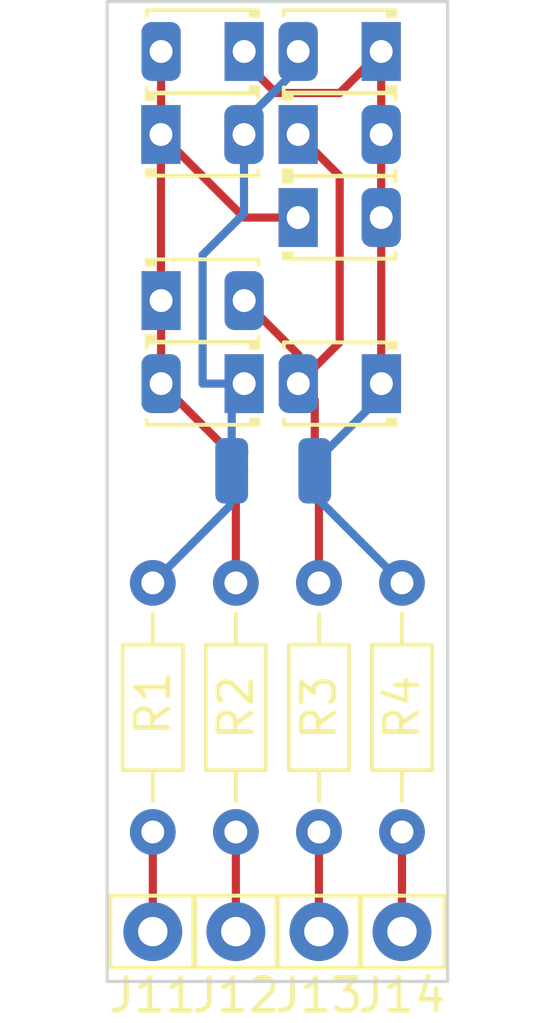
<source format=kicad_pcb>
(kicad_pcb (version 20221018) (generator pcbnew)
  (layers (0 "F.Cu" signal) (31 "B.Cu" signal) (34 "B.Paste" user) (35 "F.Paste" user) (36 "B.SilkS" user "B.Silkscreen") (37 "F.SilkS" user "F.Silkscreen") (38 "B.Mask" user) (39 "F.Mask" user) (44 "Edge.Cuts" user))
  (net 0 "")
  (net 1 "Net-(D1G1-K)")
  (net 2 "Net-(D1G1-A)")
  (net 3 "Net-(DO/V1-A)")
  (net 4 "Net-(D1G2-A)")
  (net 5 "Net-(J11-Pin_1)")
  (net 6 "Net-(J12-Pin_1)")
  (net 7 "Net-(J13-Pin_1)")
  (net 8 "Net-(J14-Pin_1)")
  (footprint "Resistor_THT:R_Axial_DIN0204_L3.6mm_D1.6mm_P7.62mm_Horizontal" (layer "F.Cu") (at 108.458 81.661 -90)
    (fp_text reference "R3" (at 3.81 0 90) (layer "F.SilkS"))
    (fp_text value "220")
    (fp_line (start 0.94 0) (end 1.89 0) (stroke (width 0.12)) (layer "F.SilkS"))
    (fp_line (start 1.89 -0.92) (end 1.89 0.92) (stroke (width 0.12)) (layer "F.SilkS"))
    (fp_line (start 1.89 0.92) (end 5.73 0.92) (stroke (width 0.12)) (layer "F.SilkS"))
    (fp_line (start 5.73 -0.92) (end 1.89 -0.92) (stroke (width 0.12)) (layer "F.SilkS"))
    (fp_line (start 5.73 0.92) (end 5.73 -0.92) (stroke (width 0.12)) (layer "F.SilkS"))
    (fp_line (start 6.68 0) (end 5.73 0) (stroke (width 0.12)) (layer "F.SilkS"))
    (pad "1" thru_hole circle (at 0 0 270) (size 1.4 1.4) (drill 0.7) (layers "*.Cu" "*.Mask") (net 3 "Net-(DO/V1-A)"))
    (pad "2" thru_hole oval (at 7.62 0 270) (size 1.4 1.4) (drill 0.7) (layers "*.Cu" "*.Mask") (net 7 "Net-(J13-Pin_1)"))
  )
  (footprint "Resistor_THT:R_Axial_DIN0204_L3.6mm_D1.6mm_P7.62mm_Horizontal" (layer "F.Cu") (at 105.918 81.661 -90)
    (fp_text reference "R2" (at 3.81 0 90) (layer "F.SilkS"))
    (fp_text value "220")
    (fp_line (start 0.94 0) (end 1.89 0) (stroke (width 0.12)) (layer "F.SilkS"))
    (fp_line (start 1.89 -0.92) (end 1.89 0.92) (stroke (width 0.12)) (layer "F.SilkS"))
    (fp_line (start 1.89 0.92) (end 5.73 0.92) (stroke (width 0.12)) (layer "F.SilkS"))
    (fp_line (start 5.73 -0.92) (end 1.89 -0.92) (stroke (width 0.12)) (layer "F.SilkS"))
    (fp_line (start 5.73 0.92) (end 5.73 -0.92) (stroke (width 0.12)) (layer "F.SilkS"))
    (fp_line (start 6.68 0) (end 5.73 0) (stroke (width 0.12)) (layer "F.SilkS"))
    (pad "1" thru_hole circle (at 0 0 270) (size 1.4 1.4) (drill 0.7) (layers "*.Cu" "*.Mask") (net 2 "Net-(D1G1-A)"))
    (pad "2" thru_hole oval (at 7.62 0 270) (size 1.4 1.4) (drill 0.7) (layers "*.Cu" "*.Mask") (net 6 "Net-(J12-Pin_1)"))
  )
  (footprint "LED_THT:LED_D1.8mm_W3.3mm_H2.4mm_mine" (layer "F.Cu") (at 110.368 75.565 180)
    (fp_text reference "DO/V1" hide)
    (fp_text value "LED" hide)
    (fp_line (start -0.44 -1.26) (end -0.44 -1.08) (stroke (width 0.12)) (layer "F.SilkS"))
    (fp_line (start -0.44 -1.26) (end 2.98 -1.26) (stroke (width 0.12)) (layer "F.SilkS"))
    (fp_line (start -0.44 1.08) (end -0.44 1.26) (stroke (width 0.12)) (layer "F.SilkS"))
    (fp_line (start -0.44 1.26) (end 2.98 1.26) (stroke (width 0.12)) (layer "F.SilkS"))
    (fp_line (start -0.32 -1.26) (end -0.32 -1.08) (stroke (width 0.12)) (layer "F.SilkS"))
    (fp_line (start -0.32 1.08) (end -0.32 1.26) (stroke (width 0.12)) (layer "F.SilkS"))
    (fp_line (start -0.2 -1.26) (end -0.2 -1.08) (stroke (width 0.12)) (layer "F.SilkS"))
    (fp_line (start -0.2 1.08) (end -0.2 1.26) (stroke (width 0.12)) (layer "F.SilkS"))
    (fp_line (start 2.98 -1.26) (end 2.98 -1.095) (stroke (width 0.12)) (layer "F.SilkS"))
    (fp_line (start 2.98 1.095) (end 2.98 1.26) (stroke (width 0.12)) (layer "F.SilkS"))
    (pad "1" thru_hole rect (at 0 0 180) (size 1.2 1.8) (drill 0.7) (layers "*.Cu" "*.Mask") (net 1 "Net-(D1G1-K)"))
    (pad "2" thru_hole roundrect (at 2.54 0 180) (size 1.2 1.8) (drill 0.7) (layers "*.Cu" "*.Mask") (net 3 "Net-(DO/V1-A)"))
  )
  (footprint "Connector_Wire:SolderWirePad_1x01_SMD_1x2mm" (layer "F.Cu") (at 108.331 78.232)
    (fp_text reference "J3")
    (fp_text value "Conn_01x01")
    (pad "1" smd roundrect (at 0 0) (size 1 2) (layers "F.Cu" "F.Paste" "F.Mask") (net 3 "Net-(DO/V1-A)"))
  )
  (footprint "Connector_Pin:Pin_D0.9mm_L10.0mm_W2.4mm_FlatFork" (layer "F.Cu") (at 105.918 92.329)
    (fp_text reference "J12" (at 0 1.95) (layer "F.SilkS"))
    (fp_text value "Conn_01x01")
    (fp_line (start -1.3 -1.1) (end -1.3 0.6) (stroke (width 0.12)) (layer "F.SilkS"))
    (fp_line (start -1.3 0.6) (end -1.3 1.1) (stroke (width 0.12)) (layer "F.SilkS"))
    (fp_line (start -1.3 1.1) (end 1.3 1.1) (stroke (width 0.12)) (layer "F.SilkS"))
    (fp_line (start 1.3 -1.1) (end -1.3 -1.1) (stroke (width 0.12)) (layer "F.SilkS"))
    (fp_line (start 1.3 1.1) (end 1.3 -1.1) (stroke (width 0.12)) (layer "F.SilkS"))
    (pad "1" thru_hole circle (at 0 0) (size 1.8 1.8) (drill 0.9) (layers "*.Cu" "*.Mask") (net 6 "Net-(J12-Pin_1)"))
  )
  (footprint "LED_THT:LED_D1.8mm_W3.3mm_H2.4mm_mine" (layer "F.Cu") (at 107.823 67.945)
    (fp_text reference "DR2" hide)
    (fp_text value "LED" hide)
    (fp_line (start -0.44 -1.26) (end -0.44 -1.08) (stroke (width 0.12)) (layer "F.SilkS"))
    (fp_line (start -0.44 -1.26) (end 2.98 -1.26) (stroke (width 0.12)) (layer "F.SilkS"))
    (fp_line (start -0.44 1.08) (end -0.44 1.26) (stroke (width 0.12)) (layer "F.SilkS"))
    (fp_line (start -0.44 1.26) (end 2.98 1.26) (stroke (width 0.12)) (layer "F.SilkS"))
    (fp_line (start -0.32 -1.26) (end -0.32 -1.08) (stroke (width 0.12)) (layer "F.SilkS"))
    (fp_line (start -0.32 1.08) (end -0.32 1.26) (stroke (width 0.12)) (layer "F.SilkS"))
    (fp_line (start -0.2 -1.26) (end -0.2 -1.08) (stroke (width 0.12)) (layer "F.SilkS"))
    (fp_line (start -0.2 1.08) (end -0.2 1.26) (stroke (width 0.12)) (layer "F.SilkS"))
    (fp_line (start 2.98 -1.26) (end 2.98 -1.095) (stroke (width 0.12)) (layer "F.SilkS"))
    (fp_line (start 2.98 1.095) (end 2.98 1.26) (stroke (width 0.12)) (layer "F.SilkS"))
    (pad "1" thru_hole rect (at 0 0) (size 1.2 1.8) (drill 0.7) (layers "*.Cu" "*.Mask") (net 3 "Net-(DO/V1-A)"))
    (pad "2" thru_hole roundrect (at 2.54 0) (size 1.2 1.8) (drill 0.7) (layers "*.Cu" "*.Mask") (net 1 "Net-(D1G1-K)"))
  )
  (footprint "Connector_Pin:Pin_D0.9mm_L10.0mm_W2.4mm_FlatFork" (layer "F.Cu") (at 108.458 92.329)
    (fp_text reference "J13" (at 0 1.95) (layer "F.SilkS"))
    (fp_text value "Conn_01x01")
    (fp_line (start -1.3 -1.1) (end -1.3 0.6) (stroke (width 0.12)) (layer "F.SilkS"))
    (fp_line (start -1.3 0.6) (end -1.3 1.1) (stroke (width 0.12)) (layer "F.SilkS"))
    (fp_line (start -1.3 1.1) (end 1.3 1.1) (stroke (width 0.12)) (layer "F.SilkS"))
    (fp_line (start 1.3 -1.1) (end -1.3 -1.1) (stroke (width 0.12)) (layer "F.SilkS"))
    (fp_line (start 1.3 1.1) (end 1.3 -1.1) (stroke (width 0.12)) (layer "F.SilkS"))
    (pad "1" thru_hole circle (at 0 0) (size 1.8 1.8) (drill 0.9) (layers "*.Cu" "*.Mask") (net 7 "Net-(J13-Pin_1)"))
  )
  (footprint "LED_THT:LED_D1.8mm_W3.3mm_H2.4mm_mine" (layer "F.Cu") (at 106.172 65.405 180)
    (fp_text reference "D1G1" hide)
    (fp_text value "LED" hide)
    (fp_line (start -0.44 -1.26) (end -0.44 -1.08) (stroke (width 0.12)) (layer "F.SilkS"))
    (fp_line (start -0.44 -1.26) (end 2.98 -1.26) (stroke (width 0.12)) (layer "F.SilkS"))
    (fp_line (start -0.44 1.08) (end -0.44 1.26) (stroke (width 0.12)) (layer "F.SilkS"))
    (fp_line (start -0.44 1.26) (end 2.98 1.26) (stroke (width 0.12)) (layer "F.SilkS"))
    (fp_line (start -0.32 -1.26) (end -0.32 -1.08) (stroke (width 0.12)) (layer "F.SilkS"))
    (fp_line (start -0.32 1.08) (end -0.32 1.26) (stroke (width 0.12)) (layer "F.SilkS"))
    (fp_line (start -0.2 -1.26) (end -0.2 -1.08) (stroke (width 0.12)) (layer "F.SilkS"))
    (fp_line (start -0.2 1.08) (end -0.2 1.26) (stroke (width 0.12)) (layer "F.SilkS"))
    (fp_line (start 2.98 -1.26) (end 2.98 -1.095) (stroke (width 0.12)) (layer "F.SilkS"))
    (fp_line (start 2.98 1.095) (end 2.98 1.26) (stroke (width 0.12)) (layer "F.SilkS"))
    (pad "1" thru_hole rect (at 0 0 180) (size 1.2 1.8) (drill 0.7) (layers "*.Cu" "*.Mask") (net 1 "Net-(D1G1-K)"))
    (pad "2" thru_hole roundrect (at 2.54 0 180) (size 1.2 1.8) (drill 0.7) (layers "*.Cu" "*.Mask") (net 2 "Net-(D1G1-A)"))
  )
  (footprint "LED_THT:LED_D1.8mm_W3.3mm_H2.4mm_mine" (layer "F.Cu") (at 103.627 67.945)
    (fp_text reference "DR1" hide)
    (fp_text value "LED" hide)
    (fp_line (start -0.44 -1.26) (end -0.44 -1.08) (stroke (width 0.12)) (layer "F.SilkS"))
    (fp_line (start -0.44 -1.26) (end 2.98 -1.26) (stroke (width 0.12)) (layer "F.SilkS"))
    (fp_line (start -0.44 1.08) (end -0.44 1.26) (stroke (width 0.12)) (layer "F.SilkS"))
    (fp_line (start -0.44 1.26) (end 2.98 1.26) (stroke (width 0.12)) (layer "F.SilkS"))
    (fp_line (start -0.32 -1.26) (end -0.32 -1.08) (stroke (width 0.12)) (layer "F.SilkS"))
    (fp_line (start -0.32 1.08) (end -0.32 1.26) (stroke (width 0.12)) (layer "F.SilkS"))
    (fp_line (start -0.2 -1.26) (end -0.2 -1.08) (stroke (width 0.12)) (layer "F.SilkS"))
    (fp_line (start -0.2 1.08) (end -0.2 1.26) (stroke (width 0.12)) (layer "F.SilkS"))
    (fp_line (start 2.98 -1.26) (end 2.98 -1.095) (stroke (width 0.12)) (layer "F.SilkS"))
    (fp_line (start 2.98 1.095) (end 2.98 1.26) (stroke (width 0.12)) (layer "F.SilkS"))
    (pad "1" thru_hole rect (at 0 0) (size 1.2 1.8) (drill 0.7) (layers "*.Cu" "*.Mask") (net 2 "Net-(D1G1-A)"))
    (pad "2" thru_hole roundrect (at 2.54 0) (size 1.2 1.8) (drill 0.7) (layers "*.Cu" "*.Mask") (net 4 "Net-(D1G2-A)"))
  )
  (footprint "Connector_Pin:Pin_D0.9mm_L10.0mm_W2.4mm_FlatFork" (layer "F.Cu") (at 110.998 92.329)
    (fp_text reference "J14" (at 0 1.95) (layer "F.SilkS"))
    (fp_text value "Conn_01x01")
    (fp_line (start -1.3 -1.1) (end -1.3 0.6) (stroke (width 0.12)) (layer "F.SilkS"))
    (fp_line (start -1.3 0.6) (end -1.3 1.1) (stroke (width 0.12)) (layer "F.SilkS"))
    (fp_line (start -1.3 1.1) (end 1.3 1.1) (stroke (width 0.12)) (layer "F.SilkS"))
    (fp_line (start 1.3 -1.1) (end -1.3 -1.1) (stroke (width 0.12)) (layer "F.SilkS"))
    (fp_line (start 1.3 1.1) (end 1.3 -1.1) (stroke (width 0.12)) (layer "F.SilkS"))
    (pad "1" thru_hole circle (at 0 0) (size 1.8 1.8) (drill 0.9) (layers "*.Cu" "*.Mask") (net 8 "Net-(J14-Pin_1)"))
  )
  (footprint "LED_THT:LED_D1.8mm_W3.3mm_H2.4mm_mine" (layer "F.Cu") (at 106.172 75.565 180)
    (fp_text reference "DO/R1" hide)
    (fp_text value "LED" hide)
    (fp_line (start -0.44 -1.26) (end -0.44 -1.08) (stroke (width 0.12)) (layer "F.SilkS"))
    (fp_line (start -0.44 -1.26) (end 2.98 -1.26) (stroke (width 0.12)) (layer "F.SilkS"))
    (fp_line (start -0.44 1.08) (end -0.44 1.26) (stroke (width 0.12)) (layer "F.SilkS"))
    (fp_line (start -0.44 1.26) (end 2.98 1.26) (stroke (width 0.12)) (layer "F.SilkS"))
    (fp_line (start -0.32 -1.26) (end -0.32 -1.08) (stroke (width 0.12)) (layer "F.SilkS"))
    (fp_line (start -0.32 1.08) (end -0.32 1.26) (stroke (width 0.12)) (layer "F.SilkS"))
    (fp_line (start -0.2 -1.26) (end -0.2 -1.08) (stroke (width 0.12)) (layer "F.SilkS"))
    (fp_line (start -0.2 1.08) (end -0.2 1.26) (stroke (width 0.12)) (layer "F.SilkS"))
    (fp_line (start 2.98 -1.26) (end 2.98 -1.095) (stroke (width 0.12)) (layer "F.SilkS"))
    (fp_line (start 2.98 1.095) (end 2.98 1.26) (stroke (width 0.12)) (layer "F.SilkS"))
    (pad "1" thru_hole rect (at 0 0 180) (size 1.2 1.8) (drill 0.7) (layers "*.Cu" "*.Mask") (net 4 "Net-(D1G2-A)"))
    (pad "2" thru_hole roundrect (at 2.54 0 180) (size 1.2 1.8) (drill 0.7) (layers "*.Cu" "*.Mask") (net 2 "Net-(D1G1-A)"))
  )
  (footprint "Resistor_THT:R_Axial_DIN0204_L3.6mm_D1.6mm_P7.62mm_Horizontal" (layer "F.Cu") (at 103.378 81.661 -90)
    (fp_text reference "R1" (at 3.683 0 90) (layer "F.SilkS"))
    (fp_text value "220")
    (fp_line (start 0.94 0) (end 1.89 0) (stroke (width 0.12)) (layer "F.SilkS"))
    (fp_line (start 1.89 -0.92) (end 1.89 0.92) (stroke (width 0.12)) (layer "F.SilkS"))
    (fp_line (start 1.89 0.92) (end 5.73 0.92) (stroke (width 0.12)) (layer "F.SilkS"))
    (fp_line (start 5.73 -0.92) (end 1.89 -0.92) (stroke (width 0.12)) (layer "F.SilkS"))
    (fp_line (start 5.73 0.92) (end 5.73 -0.92) (stroke (width 0.12)) (layer "F.SilkS"))
    (fp_line (start 6.68 0) (end 5.73 0) (stroke (width 0.12)) (layer "F.SilkS"))
    (pad "1" thru_hole circle (at 0 0 270) (size 1.4 1.4) (drill 0.7) (layers "*.Cu" "*.Mask") (net 4 "Net-(D1G2-A)"))
    (pad "2" thru_hole oval (at 7.62 0 270) (size 1.4 1.4) (drill 0.7) (layers "*.Cu" "*.Mask") (net 5 "Net-(J11-Pin_1)"))
  )
  (footprint "LED_THT:LED_D1.8mm_W3.3mm_H2.4mm_mine" (layer "F.Cu") (at 110.363 65.405 180)
    (fp_text reference "D1G2" hide)
    (fp_text value "LED" hide)
    (fp_line (start -0.44 -1.26) (end -0.44 -1.08) (stroke (width 0.12)) (layer "F.SilkS"))
    (fp_line (start -0.44 -1.26) (end 2.98 -1.26) (stroke (width 0.12)) (layer "F.SilkS"))
    (fp_line (start -0.44 1.08) (end -0.44 1.26) (stroke (width 0.12)) (layer "F.SilkS"))
    (fp_line (start -0.44 1.26) (end 2.98 1.26) (stroke (width 0.12)) (layer "F.SilkS"))
    (fp_line (start -0.32 -1.26) (end -0.32 -1.08) (stroke (width 0.12)) (layer "F.SilkS"))
    (fp_line (start -0.32 1.08) (end -0.32 1.26) (stroke (width 0.12)) (layer "F.SilkS"))
    (fp_line (start -0.2 -1.26) (end -0.2 -1.08) (stroke (width 0.12)) (layer "F.SilkS"))
    (fp_line (start -0.2 1.08) (end -0.2 1.26) (stroke (width 0.12)) (layer "F.SilkS"))
    (fp_line (start 2.98 -1.26) (end 2.98 -1.095) (stroke (width 0.12)) (layer "F.SilkS"))
    (fp_line (start 2.98 1.095) (end 2.98 1.26) (stroke (width 0.12)) (layer "F.SilkS"))
    (pad "1" thru_hole rect (at 0 0 180) (size 1.2 1.8) (drill 0.7) (layers "*.Cu" "*.Mask") (net 1 "Net-(D1G1-K)"))
    (pad "2" thru_hole roundrect (at 2.54 0 180) (size 1.2 1.8) (drill 0.7) (layers "*.Cu" "*.Mask") (net 4 "Net-(D1G2-A)"))
  )
  (footprint "Connector_Pin:Pin_D0.9mm_L10.0mm_W2.4mm_FlatFork" (layer "F.Cu") (at 103.378 92.329)
    (fp_text reference "J11" (at 0 1.95) (layer "F.SilkS"))
    (fp_text value "Conn_01x01")
    (fp_line (start -1.3 -1.1) (end -1.3 0.6) (stroke (width 0.12)) (layer "F.SilkS"))
    (fp_line (start -1.3 0.6) (end -1.3 1.1) (stroke (width 0.12)) (layer "F.SilkS"))
    (fp_line (start -1.3 1.1) (end 1.3 1.1) (stroke (width 0.12)) (layer "F.SilkS"))
    (fp_line (start 1.3 -1.1) (end -1.3 -1.1) (stroke (width 0.12)) (layer "F.SilkS"))
    (fp_line (start 1.3 1.1) (end 1.3 -1.1) (stroke (width 0.12)) (layer "F.SilkS"))
    (pad "1" thru_hole circle (at 0 0) (size 1.8 1.8) (drill 0.9) (layers "*.Cu" "*.Mask") (net 5 "Net-(J11-Pin_1)"))
  )
  (footprint "Connector_Wire:SolderWirePad_1x01_SMD_1x2mm" (layer "F.Cu") (at 105.791 78.232)
    (fp_text reference "J2")
    (fp_text value "Conn_01x01")
    (pad "1" smd roundrect (at 0 0) (size 1 2) (layers "F.Cu" "F.Paste" "F.Mask") (net 2 "Net-(D1G1-A)"))
  )
  (footprint "LED_THT:LED_D1.8mm_W3.3mm_H2.4mm_mine" (layer "F.Cu") (at 107.823 70.485)
    (fp_text reference "DW2" hide)
    (fp_text value "LED" hide)
    (fp_line (start -0.44 -1.26) (end -0.44 -1.08) (stroke (width 0.12)) (layer "F.SilkS"))
    (fp_line (start -0.44 -1.26) (end 2.98 -1.26) (stroke (width 0.12)) (layer "F.SilkS"))
    (fp_line (start -0.44 1.08) (end -0.44 1.26) (stroke (width 0.12)) (layer "F.SilkS"))
    (fp_line (start -0.44 1.26) (end 2.98 1.26) (stroke (width 0.12)) (layer "F.SilkS"))
    (fp_line (start -0.32 -1.26) (end -0.32 -1.08) (stroke (width 0.12)) (layer "F.SilkS"))
    (fp_line (start -0.32 1.08) (end -0.32 1.26) (stroke (width 0.12)) (layer "F.SilkS"))
    (fp_line (start -0.2 -1.26) (end -0.2 -1.08) (stroke (width 0.12)) (layer "F.SilkS"))
    (fp_line (start -0.2 1.08) (end -0.2 1.26) (stroke (width 0.12)) (layer "F.SilkS"))
    (fp_line (start 2.98 -1.26) (end 2.98 -1.095) (stroke (width 0.12)) (layer "F.SilkS"))
    (fp_line (start 2.98 1.095) (end 2.98 1.26) (stroke (width 0.12)) (layer "F.SilkS"))
    (pad "1" thru_hole rect (at 0 0) (size 1.2 1.8) (drill 0.7) (layers "*.Cu" "*.Mask") (net 2 "Net-(D1G1-A)"))
    (pad "2" thru_hole roundrect (at 2.54 0) (size 1.2 1.8) (drill 0.7) (layers "*.Cu" "*.Mask") (net 1 "Net-(D1G1-K)"))
  )
  (footprint "Resistor_THT:R_Axial_DIN0204_L3.6mm_D1.6mm_P7.62mm_Horizontal" (layer "F.Cu") (at 110.998 81.661 -90)
    (fp_text reference "R4" (at 3.81 0 90) (layer "F.SilkS"))
    (fp_text value "220")
    (fp_line (start 0.94 0) (end 1.89 0) (stroke (width 0.12)) (layer "F.SilkS"))
    (fp_line (start 1.89 -0.92) (end 1.89 0.92) (stroke (width 0.12)) (layer "F.SilkS"))
    (fp_line (start 1.89 0.92) (end 5.73 0.92) (stroke (width 0.12)) (layer "F.SilkS"))
    (fp_line (start 5.73 -0.92) (end 1.89 -0.92) (stroke (width 0.12)) (layer "F.SilkS"))
    (fp_line (start 5.73 0.92) (end 5.73 -0.92) (stroke (width 0.12)) (layer "F.SilkS"))
    (fp_line (start 6.68 0) (end 5.73 0) (stroke (width 0.12)) (layer "F.SilkS"))
    (pad "1" thru_hole circle (at 0 0 270) (size 1.4 1.4) (drill 0.7) (layers "*.Cu" "*.Mask") (net 1 "Net-(D1G1-K)"))
    (pad "2" thru_hole oval (at 7.62 0 270) (size 1.4 1.4) (drill 0.7) (layers "*.Cu" "*.Mask") (net 8 "Net-(J14-Pin_1)"))
  )
  (footprint "LED_THT:LED_D1.8mm_W3.3mm_H2.4mm_mine" (layer "F.Cu") (at 103.632 73.025)
    (fp_text reference "DW1" hide)
    (fp_text value "LED" hide)
    (fp_line (start -0.44 -1.26) (end -0.44 -1.08) (stroke (width 0.12)) (layer "F.SilkS"))
    (fp_line (start -0.44 -1.26) (end 2.98 -1.26) (stroke (width 0.12)) (layer "F.SilkS"))
    (fp_line (start -0.44 1.08) (end -0.44 1.26) (stroke (width 0.12)) (layer "F.SilkS"))
    (fp_line (start -0.44 1.26) (end 2.98 1.26) (stroke (width 0.12)) (layer "F.SilkS"))
    (fp_line (start -0.32 -1.26) (end -0.32 -1.08) (stroke (width 0.12)) (layer "F.SilkS"))
    (fp_line (start -0.32 1.08) (end -0.32 1.26) (stroke (width 0.12)) (layer "F.SilkS"))
    (fp_line (start -0.2 -1.26) (end -0.2 -1.08) (stroke (width 0.12)) (layer "F.SilkS"))
    (fp_line (start -0.2 1.08) (end -0.2 1.26) (stroke (width 0.12)) (layer "F.SilkS"))
    (fp_line (start 2.98 -1.26) (end 2.98 -1.095) (stroke (width 0.12)) (layer "F.SilkS"))
    (fp_line (start 2.98 1.095) (end 2.98 1.26) (stroke (width 0.12)) (layer "F.SilkS"))
    (pad "1" thru_hole rect (at 0 0) (size 1.2 1.8) (drill 0.7) (layers "*.Cu" "*.Mask") (net 2 "Net-(D1G1-A)"))
    (pad "2" thru_hole roundrect (at 2.54 0) (size 1.2 1.8) (drill 0.7) (layers "*.Cu" "*.Mask") (net 3 "Net-(DO/V1-A)"))
  )
  (footprint "Connector_Wire:SolderWirePad_1x01_SMD_1x2mm" (layer "B.Cu") (at 105.791 78.232 180)
    (fp_text reference "J1")
    (fp_text value "Conn_01x01")
    (pad "1" smd roundrect (at 0 0 180) (size 1 2) (layers "B.Cu" "B.Paste" "B.Mask") (net 4 "Net-(D1G2-A)"))
  )
  (footprint "Connector_Wire:SolderWirePad_1x01_SMD_1x2mm" (layer "B.Cu") (at 108.331 78.232 180)
    (fp_text reference "J4")
    (fp_text value "Conn_01x01")
    (pad "1" smd roundrect (at 0 0 180) (size 1 2) (layers "B.Cu" "B.Paste" "B.Mask") (net 1 "Net-(D1G1-K)"))
  )
  (gr_rect (start 101.981 63.881) (end 112.395 93.853) (stroke (width 0.1)) (fill none) (layer "Edge.Cuts"))
  (segment (start 106.172 65.705) (end 107.142 66.675) (width 0.25) (layer "F.Cu") (net 1))
  (segment (start 110.363 67.945) (end 110.363 70.485) (width 0.25) (layer "F.Cu") (net 1))
  (segment (start 109.093 66.675) (end 110.363 65.405) (width 0.25) (layer "F.Cu") (net 1))
  (segment (start 106.172 65.405) (end 106.172 65.705) (width 0.25) (layer "F.Cu") (net 1))
  (segment (start 107.142 66.675) (end 109.093 66.675) (width 0.25) (layer "F.Cu") (net 1))
  (segment (start 110.363 65.405) (end 110.363 67.945) (width 0.25) (layer "F.Cu") (net 1))
  (segment (start 110.363 70.485) (end 110.363 75.56) (width 0.25) (layer "F.Cu") (net 1))
  (segment (start 110.363 75.56) (end 110.368 75.565) (width 0.25) (layer "F.Cu") (net 1))
  (segment (start 110.998 81.661) (end 108.331 78.994) (width 0.25) (layer "B.Cu") (net 1))
  (segment (start 110.998 81.661) (end 110.998 81.534) (width 0.25) (layer "B.Cu") (net 1))
  (segment (start 110.368 75.565) (end 110.368 75.941) (width 0.25) (layer "B.Cu") (net 1))
  (segment (start 110.368 75.941) (end 108.077 78.232) (width 0.25) (layer "B.Cu") (net 1))
  (segment (start 108.331 78.994) (end 108.331 78.232) (width 0.25) (layer "B.Cu") (net 1))
  (segment (start 106.167 70.485) (end 103.627 67.945) (width 0.25) (layer "F.Cu") (net 2))
  (segment (start 103.627 73.02) (end 103.632 73.025) (width 0.25) (layer "F.Cu") (net 2))
  (segment (start 103.632 75.565) (end 105.791 77.724) (width 0.25) (layer "F.Cu") (net 2))
  (segment (start 103.632 68.194) (end 103.627 68.199) (width 0.25) (layer "F.Cu") (net 2))
  (segment (start 103.632 73.025) (end 103.632 75.565) (width 0.25) (layer "F.Cu") (net 2))
  (segment (start 105.791 78.232) (end 106.172 78.232) (width 0.25) (layer "F.Cu") (net 2))
  (segment (start 106.172 77.597) (end 106.172 77.724) (width 0.25) (layer "F.Cu") (net 2))
  (segment (start 105.918 78.359) (end 105.791 78.232) (width 0.25) (layer "F.Cu") (net 2))
  (segment (start 107.823 70.485) (end 106.167 70.485) (width 0.25) (layer "F.Cu") (net 2))
  (segment (start 103.632 65.405) (end 103.632 67.94) (width 0.25) (layer "F.Cu") (net 2))
  (segment (start 103.632 67.94) (end 103.627 67.945) (width 0.25) (layer "F.Cu") (net 2))
  (segment (start 105.791 77.724) (end 105.791 78.232) (width 0.25) (layer "F.Cu") (net 2))
  (segment (start 105.918 81.661) (end 105.918 78.359) (width 0.25) (layer "F.Cu") (net 2))
  (segment (start 103.627 68.453) (end 103.627 73.02) (width 0.25) (layer "F.Cu") (net 2))
  (segment (start 103.632 68.194) (end 103.627 68.199) (width 0.25) (layer "B.Cu") (net 2))
  (segment (start 108.331 78.729016) (end 108.410522 78.649494) (width 0.25) (layer "F.Cu") (net 3))
  (segment (start 106.172 73.025) (end 107.828 74.681) (width 0.25) (layer "F.Cu") (net 3))
  (segment (start 106.553 73.025) (end 106.172 73.025) (width 0.25) (layer "F.Cu") (net 3))
  (segment (start 108.331 78.232) (end 108.331 76.068) (width 0.25) (layer "F.Cu") (net 3))
  (segment (start 108.458 81.661) (end 108.458 78.696972) (width 0.25) (layer "F.Cu") (net 3))
  (segment (start 108.331 76.068) (end 107.828 75.565) (width 0.25) (layer "F.Cu") (net 3))
  (segment (start 109.093 74.3) (end 107.828 75.565) (width 0.25) (layer "F.Cu") (net 3))
  (segment (start 107.823 67.945) (end 109.093 69.215) (width 0.25) (layer "F.Cu") (net 3))
  (segment (start 107.828 74.681) (end 107.828 75.565) (width 0.25) (layer "F.Cu") (net 3))
  (segment (start 109.093 69.215) (end 109.093 74.3) (width 0.25) (layer "F.Cu") (net 3))
  (segment (start 108.458 78.696972) (end 108.410522 78.649494) (width 0.25) (layer "F.Cu") (net 3))
  (segment (start 106.167 67.823) (end 106.167 68.199) (width 0.25) (layer "F.Cu") (net 4))
  (segment (start 104.902 71.628) (end 104.902 75.565) (width 0.25) (layer "B.Cu") (net 4))
  (segment (start 104.902 75.565) (end 106.172 75.565) (width 0.25) (layer "B.Cu") (net 4))
  (segment (start 107.823 65.405) (end 107.823 65.904) (width 0.25) (layer "B.Cu") (net 4))
  (segment (start 105.791 75.946) (end 106.172 75.565) (width 0.25) (layer "B.Cu") (net 4))
  (segment (start 103.378 81.661) (end 105.730896 79.308104) (width 0.25) (layer "B.Cu") (net 4))
  (segment (start 106.167 67.56) (end 106.167 67.945) (width 0.25) (layer "B.Cu") (net 4))
  (segment (start 107.823 65.904) (end 106.167 67.56) (width 0.25) (layer "B.Cu") (net 4))
  (segment (start 105.791 78.232) (end 105.791 75.946) (width 0.25) (layer "B.Cu") (net 4))
  (segment (start 103.378 81.788) (end 103.378 81.661) (width 0.25) (layer "B.Cu") (net 4))
  (segment (start 106.167 67.945) (end 106.167 70.363) (width 0.25) (layer "B.Cu") (net 4))
  (segment (start 105.730896 79.308104) (end 105.730896 78.652729) (width 0.25) (layer "B.Cu") (net 4))
  (segment (start 106.167 70.363) (end 104.902 71.628) (width 0.25) (layer "B.Cu") (net 4))
  (segment (start 103.378 89.281) (end 103.378 92.329) (width 0.25) (layer "F.Cu") (net 5))
  (segment (start 105.918 89.281) (end 105.918 92.329) (width 0.25) (layer "F.Cu") (net 6))
  (segment (start 108.458 89.281) (end 108.458 92.329) (width 0.25) (layer "F.Cu") (net 7))
  (segment (start 110.998 89.281) (end 110.998 92.329) (width 0.25) (layer "F.Cu") (net 8))
)
</source>
